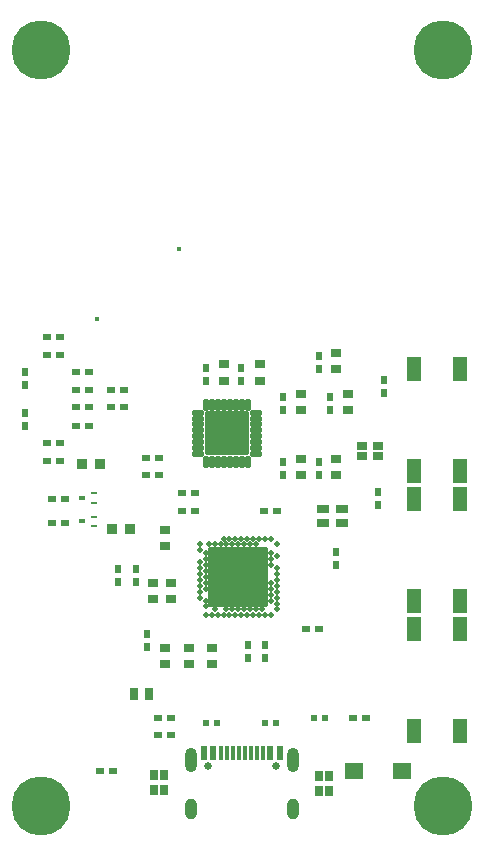
<source format=gts>
G04 #@! TF.GenerationSoftware,KiCad,Pcbnew,9.0.3*
G04 #@! TF.CreationDate,2025-07-18T23:55:16-07:00*
G04 #@! TF.ProjectId,kikard,6b696b61-7264-42e6-9b69-6361645f7063,rev?*
G04 #@! TF.SameCoordinates,Original*
G04 #@! TF.FileFunction,Soldermask,Top*
G04 #@! TF.FilePolarity,Negative*
%FSLAX46Y46*%
G04 Gerber Fmt 4.6, Leading zero omitted, Abs format (unit mm)*
G04 Created by KiCad (PCBNEW 9.0.3) date 2025-07-18 23:55:16*
%MOMM*%
%LPD*%
G01*
G04 APERTURE LIST*
G04 Aperture macros list*
%AMRoundRect*
0 Rectangle with rounded corners*
0 $1 Rounding radius*
0 $2 $3 $4 $5 $6 $7 $8 $9 X,Y pos of 4 corners*
0 Add a 4 corners polygon primitive as box body*
4,1,4,$2,$3,$4,$5,$6,$7,$8,$9,$2,$3,0*
0 Add four circle primitives for the rounded corners*
1,1,$1+$1,$2,$3*
1,1,$1+$1,$4,$5*
1,1,$1+$1,$6,$7*
1,1,$1+$1,$8,$9*
0 Add four rect primitives between the rounded corners*
20,1,$1+$1,$2,$3,$4,$5,0*
20,1,$1+$1,$4,$5,$6,$7,0*
20,1,$1+$1,$6,$7,$8,$9,0*
20,1,$1+$1,$8,$9,$2,$3,0*%
G04 Aperture macros list end*
%ADD10R,0.700000X0.900000*%
%ADD11R,0.540000X0.790000*%
%ADD12R,0.790000X0.540000*%
%ADD13R,0.900000X0.800000*%
%ADD14R,0.810000X0.860000*%
%ADD15R,0.490000X0.290000*%
%ADD16R,0.490000X0.430000*%
%ADD17C,5.000000*%
%ADD18R,1.100000X0.800000*%
%ADD19R,0.570000X0.540000*%
%ADD20RoundRect,0.058000X0.464000X0.174000X-0.464000X0.174000X-0.464000X-0.174000X0.464000X-0.174000X0*%
%ADD21RoundRect,0.058000X0.174000X0.464000X-0.174000X0.464000X-0.174000X-0.464000X0.174000X-0.464000X0*%
%ADD22RoundRect,0.102000X1.750000X1.750000X-1.750000X1.750000X-1.750000X-1.750000X1.750000X-1.750000X0*%
%ADD23R,0.860000X0.800000*%
%ADD24R,1.530000X1.360000*%
%ADD25C,0.400000*%
%ADD26R,1.200000X2.000000*%
%ADD27R,0.800000X1.000000*%
%ADD28R,0.850000X0.700000*%
%ADD29C,0.650000*%
%ADD30O,1.000000X2.100000*%
%ADD31O,1.000000X1.800000*%
%ADD32R,0.600000X1.150000*%
%ADD33R,0.300000X1.150000*%
%ADD34RoundRect,0.102000X-2.425000X-2.425000X2.425000X-2.425000X2.425000X2.425000X-2.425000X2.425000X0*%
%ADD35C,0.479000*%
%ADD36C,0.500000*%
%ADD37C,0.250000*%
G04 APERTURE END LIST*
D10*
X157400000Y-130730000D03*
X156500000Y-130730000D03*
X157400000Y-129430000D03*
X156500000Y-129430000D03*
X143450000Y-130650000D03*
X142550000Y-130650000D03*
X143450000Y-129350000D03*
X142550000Y-129350000D03*
D11*
X150500000Y-119500000D03*
X150500000Y-118400000D03*
D12*
X141900000Y-102500000D03*
X143000000Y-102500000D03*
D13*
X147500000Y-118600000D03*
X147500000Y-120000000D03*
D12*
X133500000Y-102780000D03*
X134600000Y-102780000D03*
D14*
X139000000Y-108500000D03*
X140500000Y-108500000D03*
D13*
X159000000Y-97100000D03*
X159000000Y-98500000D03*
D15*
X137500000Y-108300000D03*
X137500000Y-107500000D03*
D16*
X136440000Y-107900000D03*
D12*
X138900000Y-96750000D03*
X140000000Y-96750000D03*
X144900000Y-107000000D03*
X146000000Y-107000000D03*
D11*
X156500000Y-104000000D03*
X156500000Y-102900000D03*
X141000000Y-111900000D03*
X141000000Y-113000000D03*
D17*
X167000000Y-132000000D03*
D11*
X147000000Y-94900000D03*
X147000000Y-96000000D03*
D18*
X156900000Y-108010000D03*
X158500000Y-108000000D03*
X158500000Y-106850000D03*
X156900000Y-106860000D03*
D12*
X134600000Y-101280000D03*
X133500000Y-101280000D03*
D19*
X156140000Y-124500000D03*
X157000000Y-124500000D03*
D12*
X146000000Y-105500000D03*
X144900000Y-105500000D03*
X144000000Y-124500000D03*
X142900000Y-124500000D03*
D20*
X151185000Y-102185000D03*
X151185000Y-101685000D03*
X151185000Y-101185000D03*
X151185000Y-100685000D03*
X151185000Y-100185000D03*
X151185000Y-99685000D03*
X151185000Y-99185000D03*
X151185000Y-98685000D03*
D21*
X150500000Y-98000000D03*
X150000000Y-98000000D03*
X149500000Y-98000000D03*
X149000000Y-98000000D03*
X148500000Y-98000000D03*
X148000000Y-98000000D03*
X147500000Y-98000000D03*
X147000000Y-98000000D03*
D20*
X146315000Y-98685000D03*
X146315000Y-99185000D03*
X146315000Y-99685000D03*
X146315000Y-100185000D03*
X146315000Y-100685000D03*
X146315000Y-101185000D03*
X146315000Y-101685000D03*
X146315000Y-102185000D03*
D21*
X147000000Y-102870000D03*
X147500000Y-102870000D03*
X148000000Y-102870000D03*
X148500000Y-102870000D03*
X149000000Y-102870000D03*
X149500000Y-102870000D03*
X150000000Y-102870000D03*
X150500000Y-102870000D03*
D22*
X148750000Y-100435000D03*
D11*
X157500000Y-97400000D03*
X157500000Y-98500000D03*
X149950000Y-94900000D03*
X149950000Y-96000000D03*
D23*
X142500000Y-114500000D03*
X142500000Y-113100000D03*
D11*
X139500000Y-111900000D03*
X139500000Y-113000000D03*
D12*
X134600000Y-92280000D03*
X133500000Y-92280000D03*
X144000000Y-126000000D03*
X142900000Y-126000000D03*
X156500000Y-117000000D03*
X155400000Y-117000000D03*
X136000000Y-99780000D03*
X137100000Y-99780000D03*
D24*
X159460000Y-129000000D03*
X163540000Y-129000000D03*
D12*
X153000000Y-107000000D03*
X151900000Y-107000000D03*
D25*
X137700000Y-90800000D03*
X144700000Y-84800000D03*
D11*
X153500000Y-97400000D03*
X153500000Y-98500000D03*
D17*
X133000000Y-68000000D03*
D26*
X164550000Y-114600000D03*
X164550000Y-106000000D03*
X168450000Y-114600000D03*
X168450000Y-106000000D03*
D19*
X152000000Y-125000000D03*
X152860000Y-125000000D03*
D11*
X156500000Y-93900000D03*
X156500000Y-95000000D03*
D27*
X142100000Y-122500000D03*
X140900000Y-122500000D03*
D26*
X164550000Y-125600000D03*
X164550000Y-117000000D03*
X168450000Y-125600000D03*
X168450000Y-117000000D03*
D23*
X144000000Y-113100000D03*
X144000000Y-114500000D03*
D19*
X147860000Y-125000000D03*
X147000000Y-125000000D03*
D13*
X158000000Y-93600000D03*
X158000000Y-95000000D03*
D28*
X160200000Y-102400000D03*
X161500000Y-102400000D03*
X161500000Y-101500000D03*
X160200000Y-101500000D03*
D29*
X147110000Y-128615000D03*
X152890000Y-128615000D03*
D30*
X145680000Y-128115000D03*
X154320000Y-128115000D03*
D31*
X145680000Y-132265000D03*
X154320000Y-132265000D03*
D32*
X146800000Y-127545000D03*
X147600000Y-127545000D03*
D33*
X148750000Y-127545000D03*
X149750000Y-127545000D03*
X150250000Y-127545000D03*
X151250000Y-127545000D03*
D32*
X153200000Y-127545000D03*
X152400000Y-127545000D03*
D33*
X151750000Y-127545000D03*
X150750000Y-127545000D03*
X149250000Y-127545000D03*
X148250000Y-127545000D03*
D12*
X138900000Y-98250000D03*
X140000000Y-98250000D03*
D13*
X143500000Y-108600000D03*
X143500000Y-110000000D03*
D11*
X142000000Y-117400000D03*
X142000000Y-118500000D03*
X162000000Y-95900000D03*
X162000000Y-97000000D03*
D17*
X167000000Y-68000000D03*
D12*
X136000000Y-98250000D03*
X137100000Y-98250000D03*
X159450000Y-124500000D03*
X160550000Y-124500000D03*
D26*
X164550000Y-103600000D03*
X164550000Y-95000000D03*
X168450000Y-103600000D03*
X168450000Y-95000000D03*
D15*
X137500000Y-106300000D03*
X137500000Y-105500000D03*
D16*
X136440000Y-105900000D03*
D12*
X133900000Y-108000000D03*
X135000000Y-108000000D03*
D13*
X148500000Y-94600000D03*
X148500000Y-96000000D03*
D11*
X152000000Y-119500000D03*
X152000000Y-118400000D03*
D13*
X143500000Y-120000000D03*
X143500000Y-118600000D03*
D12*
X141900000Y-104000000D03*
X143000000Y-104000000D03*
D13*
X158000000Y-104000000D03*
X158000000Y-102600000D03*
D14*
X136500000Y-103000000D03*
X138000000Y-103000000D03*
D11*
X131600000Y-95230000D03*
X131600000Y-96330000D03*
D13*
X155000000Y-97100000D03*
X155000000Y-98500000D03*
D12*
X138020000Y-129000000D03*
X139120000Y-129000000D03*
D11*
X131600000Y-98680000D03*
X131600000Y-99780000D03*
D12*
X133900000Y-106000000D03*
X135000000Y-106000000D03*
X134600000Y-93780000D03*
X133500000Y-93780000D03*
D11*
X153500000Y-104000000D03*
X153500000Y-102900000D03*
D13*
X155000000Y-104000000D03*
X155000000Y-102600000D03*
X145500000Y-120000000D03*
X145500000Y-118600000D03*
D11*
X161500000Y-106500000D03*
X161500000Y-105400000D03*
D13*
X151500000Y-94600000D03*
X151500000Y-96000000D03*
D12*
X137100000Y-96750000D03*
X136000000Y-96750000D03*
D11*
X158000000Y-110450000D03*
X158000000Y-111550000D03*
D12*
X136000000Y-95280000D03*
X137100000Y-95280000D03*
D34*
X149700000Y-112600000D03*
D35*
X148450000Y-109350000D03*
X148950000Y-109350000D03*
X149450000Y-109350000D03*
X149950000Y-109350000D03*
X150450000Y-109350000D03*
X150950000Y-109350000D03*
X151450000Y-109350000D03*
X151950000Y-109350000D03*
X152450000Y-109350000D03*
X152950000Y-114850000D03*
X146950000Y-115100000D03*
X147700000Y-115350000D03*
X148700000Y-115350000D03*
X149200000Y-115350000D03*
X149700000Y-115350000D03*
X150200000Y-115350000D03*
X150700000Y-115350000D03*
X151200000Y-115350000D03*
X151700000Y-115350000D03*
X152950000Y-115350000D03*
X146950000Y-115850000D03*
X147450000Y-115850000D03*
X147950000Y-115850000D03*
X148450000Y-115850000D03*
X148950000Y-115850000D03*
X149450000Y-115850000D03*
X149950000Y-115850000D03*
X150450000Y-115850000D03*
X150950000Y-115850000D03*
X151450000Y-115850000D03*
X151950000Y-115850000D03*
X152450000Y-115850000D03*
X146450000Y-109850000D03*
X147200000Y-109850000D03*
X147700000Y-109850000D03*
X148200000Y-109850000D03*
X148700000Y-109850000D03*
X149200000Y-109850000D03*
X149700000Y-109850000D03*
X150200000Y-109850000D03*
X150700000Y-109850000D03*
X151200000Y-109850000D03*
X152950000Y-109850000D03*
X146450000Y-110350000D03*
X146950000Y-110600000D03*
X152450000Y-110600000D03*
X152950000Y-110850000D03*
X146950000Y-111100000D03*
X152450000Y-111100000D03*
X146450000Y-111350000D03*
X146950000Y-111600000D03*
X152450000Y-111600000D03*
X146450000Y-111850000D03*
X152950000Y-111850000D03*
X146950000Y-112100000D03*
X146450000Y-112350000D03*
X152950000Y-112350000D03*
X146950000Y-112600000D03*
X146450000Y-112850000D03*
X152950000Y-112850000D03*
X146950000Y-113100000D03*
X152450000Y-113100000D03*
X146450000Y-113350000D03*
X152950000Y-113350000D03*
X146950000Y-113600000D03*
X152450000Y-113600000D03*
X146450000Y-113850000D03*
X152950000Y-113850000D03*
X152450000Y-114100000D03*
X146450000Y-114350000D03*
X152950000Y-114350000D03*
X146950000Y-114600000D03*
X152450000Y-114600000D03*
D17*
X133000000Y-132000000D03*
D36*
X161500000Y-101500000D03*
X160200000Y-102400000D03*
D37*
X148200000Y-109850000D03*
X147700000Y-115350000D03*
X146950000Y-111100000D03*
X152450000Y-110600000D03*
X146450000Y-110350000D03*
X152450000Y-111600000D03*
X149700000Y-115350000D03*
X148450000Y-115850000D03*
X146450000Y-112850000D03*
X152450000Y-113600000D03*
X152450000Y-113100000D03*
X151700000Y-115350000D03*
X150700000Y-115350000D03*
X149200000Y-115350000D03*
X148700000Y-115350000D03*
X151200000Y-115350000D03*
M02*

</source>
